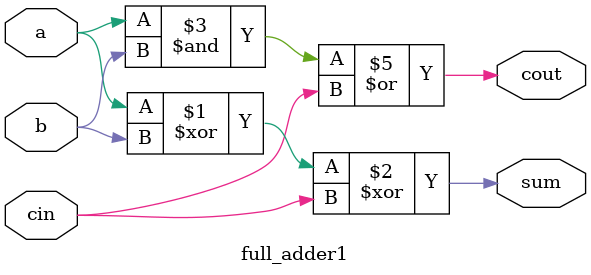
<source format=v>
module full_adder1(a,b,cin,sum,cout);
input a,b,cin;
output sum,cout;
assign sum = a^b^cin;
assign cout = a&b|cin&(1'b1); 
// initial begin
//     $display("The incorrect adder with or0 and and1 having out/1 and in1/1");
// end   
endmodule
</source>
